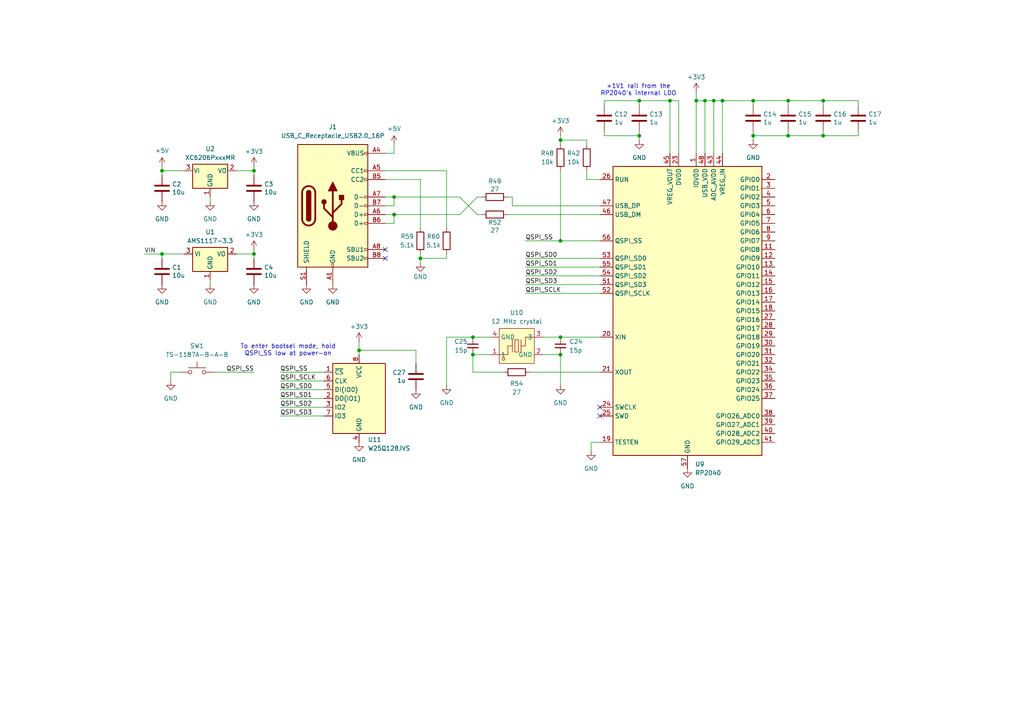
<source format=kicad_sch>
(kicad_sch (version 20250114) (generator "eeschema") (generator_version "9.0")
  (paper "A4")
  (lib_symbols
    (symbol "0_easyeda2kicad:ABM8-272-T3_C20625731"
      (property "Reference" "U" (at 0 7.62 0))
      (property "Value" "ABM8-272-T3_C20625731" (at 0 -7.62 0))
      (symbol "ABM8-272-T3_C20625731_0_1"
        (rectangle (start -5.08 5.08) (end 5.08 -5.08) (fill (type background)))
        (polyline (pts (xy -5.08 -2.54) (xy -2.54 -2.54) (xy -2.54 0) (xy -1.27 0)))
        (circle (center -3.81 -3.81) (radius 0.38))
        (polyline (pts (xy -1.27 -1.78) (xy -1.27 1.78)))
        (rectangle (start -0.51 1.78) (end 0.51 -1.78) (fill (type background)))
        (polyline (pts (xy 1.27 -1.78) (xy 1.27 1.78)))
        (polyline (pts (xy 5.08 2.54) (xy 2.54 2.54) (xy 2.54 0) (xy 1.27 0)))
        (pin input line (at -7.62 2.54 0) (length 2.54) (name "GND") (number "4"))
        (pin input line (at -7.62 -2.54 0) (length 2.54) (name "1") (number "1"))
        (pin input line (at 7.62 2.54 180) (length 2.54) (name "3") (number "3"))
        (pin input line (at 7.62 -2.54 180) (length 2.54) (name "GND") (number "2"))
      )
    )
    (symbol "Connector:USB_C_Receptacle_USB2.0_16P" (pin_names (offset 1.016))
      (property "Reference" "J" (at 0 22.225 0))
      (property "Value" "USB_C_Receptacle_USB2.0_16P" (at 0 19.685 0))
      (symbol "USB_C_Receptacle_USB2.0_16P_0_0"
        (rectangle (start -0.254 -17.78) (end 0.254 -16.764))
        (rectangle (start 10.16 15.494) (end 9.144 14.986))
        (rectangle (start 10.16 10.414) (end 9.144 9.906))
        (rectangle (start 10.16 7.874) (end 9.144 7.366))
        (rectangle (start 10.16 2.794) (end 9.144 2.286))
        (rectangle (start 10.16 0.254) (end 9.144 -0.254))
        (rectangle (start 10.16 -2.286) (end 9.144 -2.794))
        (rectangle (start 10.16 -4.826) (end 9.144 -5.334))
        (rectangle (start 10.16 -12.446) (end 9.144 -12.954))
        (rectangle (start 10.16 -14.986) (end 9.144 -15.494))
      )
      (symbol "USB_C_Receptacle_USB2.0_16P_0_1"
        (rectangle (start -10.16 17.78) (end 10.16 -17.78) (stroke (width 0.254)) (fill (type background)))
        (polyline (pts (xy -8.89 -3.81) (xy -8.89 3.81)) (stroke (width 0.508)))
        (rectangle (start -7.62 -3.81) (end -6.35 3.81) (stroke (width 0.254)) (fill (type outline)))
        (arc (start -7.62 3.81) (mid -6.985 4.4423) (end -6.35 3.81) (stroke (width 0.254)))
        (arc (start -7.62 3.81) (mid -6.985 4.4423) (end -6.35 3.81) (stroke (width 0.254)) (fill (type outline)))
        (arc (start -8.89 3.81) (mid -6.985 5.7067) (end -5.08 3.81) (stroke (width 0.508)))
        (arc (start -5.08 -3.81) (mid -6.985 -5.7067) (end -8.89 -3.81) (stroke (width 0.508)))
        (arc (start -6.35 -3.81) (mid -6.985 -4.4423) (end -7.62 -3.81) (stroke (width 0.254)))
        (arc (start -6.35 -3.81) (mid -6.985 -4.4423) (end -7.62 -3.81) (stroke (width 0.254)) (fill (type outline)))
        (polyline (pts (xy -5.08 3.81) (xy -5.08 -3.81)) (stroke (width 0.508)))
        (circle (center -2.54 1.143) (radius 0.635) (stroke (width 0.254)) (fill (type outline)))
        (polyline (pts (xy -1.27 4.318) (xy 0 6.858) (xy 1.27 4.318) (xy -1.27 4.318)) (stroke (width 0.254)) (fill (type outline)))
        (polyline (pts (xy 0 -2.032) (xy 2.54 0.508) (xy 2.54 1.778)) (stroke (width 0.508)))
        (polyline (pts (xy 0 -3.302) (xy -2.54 -0.762) (xy -2.54 0.508)) (stroke (width 0.508)))
        (polyline (pts (xy 0 -5.842) (xy 0 4.318)) (stroke (width 0.508)))
        (circle (center 0 -5.842) (radius 1.27) (fill (type outline)))
        (rectangle (start 1.905 1.778) (end 3.175 3.048) (stroke (width 0.254)) (fill (type outline)))
      )
      (symbol "USB_C_Receptacle_USB2.0_16P_1_1"
        (pin passive line (at -7.62 -22.86 90) (length 5.08) (name "SHIELD") (number "S1"))
        (pin passive line (at 0 -22.86 90) (length 5.08) (name "GND") (number "A1"))
        (pin passive line (at 0 -22.86 90) (length 5.08) (hide yes) (name "GND") (number "A12"))
        (pin passive line (at 0 -22.86 90) (length 5.08) (hide yes) (name "GND") (number "B1"))
        (pin passive line (at 0 -22.86 90) (length 5.08) (hide yes) (name "GND") (number "B12"))
        (pin passive line (at 15.24 15.24 180) (length 5.08) (name "VBUS") (number "A4"))
        (pin passive line (at 15.24 15.24 180) (length 5.08) (hide yes) (name "VBUS") (number "A9"))
        (pin passive line (at 15.24 15.24 180) (length 5.08) (hide yes) (name "VBUS") (number "B4"))
        (pin passive line (at 15.24 15.24 180) (length 5.08) (hide yes) (name "VBUS") (number "B9"))
        (pin bidirectional line (at 15.24 10.16 180) (length 5.08) (name "CC1") (number "A5"))
        (pin bidirectional line (at 15.24 7.62 180) (length 5.08) (name "CC2") (number "B5"))
        (pin bidirectional line (at 15.24 2.54 180) (length 5.08) (name "D-") (number "A7"))
        (pin bidirectional line (at 15.24 0 180) (length 5.08) (name "D-") (number "B7"))
        (pin bidirectional line (at 15.24 -2.54 180) (length 5.08) (name "D+") (number "A6"))
        (pin bidirectional line (at 15.24 -5.08 180) (length 5.08) (name "D+") (number "B6"))
        (pin bidirectional line (at 15.24 -12.7 180) (length 5.08) (name "SBU1") (number "A8"))
        (pin bidirectional line (at 15.24 -15.24 180) (length 5.08) (name "SBU2") (number "B8"))
      )
    )
    (symbol "Device:C" (pin_numbers (hide yes)) (pin_names (offset 0.254))
      (property "Reference" "C" (at 0.635 2.54 0))
      (property "Value" "C" (at 0.635 -2.54 0))
      (symbol "C_0_1"
        (polyline (pts (xy -2.032 0.762) (xy 2.032 0.762)) (stroke (width 0.508)))
        (polyline (pts (xy -2.032 -0.762) (xy 2.032 -0.762)) (stroke (width 0.508)))
      )
      (symbol "C_1_1"
        (pin passive line (at 0 3.81 270) (length 2.794) (name "~") (number "1"))
        (pin passive line (at 0 -3.81 90) (length 2.794) (name "~") (number "2"))
      )
    )
    (symbol "Device:C_Small" (pin_numbers (hide yes)) (pin_names (offset 0.254) (hide yes))
      (property "Reference" "C" (at 0.254 1.778 0))
      (property "Value" "C_Small" (at 0.254 -2.032 0))
      (symbol "C_Small_0_1"
        (polyline (pts (xy -1.524 0.508) (xy 1.524 0.508)) (stroke (width 0.3048)))
        (polyline (pts (xy -1.524 -0.508) (xy 1.524 -0.508)) (stroke (width 0.3302)))
      )
      (symbol "C_Small_1_1"
        (pin passive line (at 0 2.54 270) (length 2.032) (name "~") (number "1"))
        (pin passive line (at 0 -2.54 90) (length 2.032) (name "~") (number "2"))
      )
    )
    (symbol "Device:R" (pin_numbers (hide yes)) (pin_names (offset 0))
      (property "Reference" "R" (at 2.032 0 90))
      (property "Value" "R" (at 0 0 90))
      (symbol "R_0_1"
        (rectangle (start -1.016 -2.54) (end 1.016 2.54) (stroke (width 0.254)))
      )
      (symbol "R_1_1"
        (pin passive line (at 0 3.81 270) (length 1.27) (name "~") (number "1"))
        (pin passive line (at 0 -3.81 90) (length 1.27) (name "~") (number "2"))
      )
    )
    (symbol "MCU_RaspberryPi:RP2040"
      (property "Reference" "U" (at 17.78 45.72 0))
      (property "Value" "RP2040" (at 17.78 43.18 0))
      (symbol "RP2040_0_1"
        (rectangle (start -21.59 41.91) (end 21.59 -41.91) (stroke (width 0.254)) (fill (type background)))
      )
      (symbol "RP2040_1_1"
        (pin input line (at -25.4 38.1 0) (length 3.81) (name "RUN") (number "26"))
        (pin bidirectional line (at -25.4 30.48 0) (length 3.81) (name "USB_DP") (number "47"))
        (pin bidirectional line (at -25.4 27.94 0) (length 3.81) (name "USB_DM") (number "46"))
        (pin bidirectional line (at -25.4 20.32 0) (length 3.81) (name "QSPI_SS") (number "56"))
        (pin bidirectional line (at -25.4 15.24 0) (length 3.81) (name "QSPI_SD0") (number "53"))
        (pin bidirectional line (at -25.4 12.7 0) (length 3.81) (name "QSPI_SD1") (number "55"))
        (pin bidirectional line (at -25.4 10.16 0) (length 3.81) (name "QSPI_SD2") (number "54"))
        (pin bidirectional line (at -25.4 7.62 0) (length 3.81) (name "QSPI_SD3") (number "51"))
        (pin output line (at -25.4 5.08 0) (length 3.81) (name "QSPI_SCLK") (number "52"))
        (pin input line (at -25.4 -7.62 0) (length 3.81) (name "XIN") (number "20"))
        (pin passive line (at -25.4 -17.78 0) (length 3.81) (name "XOUT") (number "21"))
        (pin input line (at -25.4 -27.94 0) (length 3.81) (name "SWCLK") (number "24"))
        (pin bidirectional line (at -25.4 -30.48 0) (length 3.81) (name "SWD") (number "25"))
        (pin input line (at -25.4 -38.1 0) (length 3.81) (name "TESTEN") (number "19"))
        (pin power_out line (at -5.08 45.72 270) (length 3.81) (name "VREG_VOUT") (number "45"))
        (pin power_in line (at -2.54 45.72 270) (length 3.81) (name "DVDD") (number "23"))
        (pin passive line (at -2.54 45.72 270) (length 3.81) (hide yes) (name "DVDD") (number "50"))
        (pin power_in line (at 0 -45.72 90) (length 3.81) (name "GND") (number "57"))
        (pin power_in line (at 2.54 45.72 270) (length 3.81) (name "IOVDD") (number "1"))
        (pin passive line (at 2.54 45.72 270) (length 3.81) (hide yes) (name "IOVDD") (number "10"))
        (pin passive line (at 2.54 45.72 270) (length 3.81) (hide yes) (name "IOVDD") (number "22"))
        (pin passive line (at 2.54 45.72 270) (length 3.81) (hide yes) (name "IOVDD") (number "33"))
        (pin passive line (at 2.54 45.72 270) (length 3.81) (hide yes) (name "IOVDD") (number "42"))
        (pin passive line (at 2.54 45.72 270) (length 3.81) (hide yes) (name "IOVDD") (number "49"))
        (pin power_in line (at 5.08 45.72 270) (length 3.81) (name "USB_VDD") (number "48"))
        (pin power_in line (at 7.62 45.72 270) (length 3.81) (name "ADC_AVDD") (number "43"))
        (pin power_in line (at 10.16 45.72 270) (length 3.81) (name "VREG_IN") (number "44"))
        (pin bidirectional line (at 25.4 38.1 180) (length 3.81) (name "GPIO0") (number "2"))
        (pin bidirectional line (at 25.4 35.56 180) (length 3.81) (name "GPIO1") (number "3"))
        (pin bidirectional line (at 25.4 33.02 180) (length 3.81) (name "GPIO2") (number "4"))
        (pin bidirectional line (at 25.4 30.48 180) (length 3.81) (name "GPIO3") (number "5"))
        (pin bidirectional line (at 25.4 27.94 180) (length 3.81) (name "GPIO4") (number "6"))
        (pin bidirectional line (at 25.4 25.4 180) (length 3.81) (name "GPIO5") (number "7"))
        (pin bidirectional line (at 25.4 22.86 180) (length 3.81) (name "GPIO6") (number "8"))
        (pin bidirectional line (at 25.4 20.32 180) (length 3.81) (name "GPIO7") (number "9"))
        (pin bidirectional line (at 25.4 17.78 180) (length 3.81) (name "GPIO8") (number "11"))
        (pin bidirectional line (at 25.4 15.24 180) (length 3.81) (name "GPIO9") (number "12"))
        (pin bidirectional line (at 25.4 12.7 180) (length 3.81) (name "GPIO10") (number "13"))
        (pin bidirectional line (at 25.4 10.16 180) (length 3.81) (name "GPIO11") (number "14"))
        (pin bidirectional line (at 25.4 7.62 180) (length 3.81) (name "GPIO12") (number "15"))
        (pin bidirectional line (at 25.4 5.08 180) (length 3.81) (name "GPIO13") (number "16"))
        (pin bidirectional line (at 25.4 2.54 180) (length 3.81) (name "GPIO14") (number "17"))
        (pin bidirectional line (at 25.4 0 180) (length 3.81) (name "GPIO15") (number "18"))
        (pin bidirectional line (at 25.4 -2.54 180) (length 3.81) (name "GPIO16") (number "27"))
        (pin bidirectional line (at 25.4 -5.08 180) (length 3.81) (name "GPIO17") (number "28"))
        (pin bidirectional line (at 25.4 -7.62 180) (length 3.81) (name "GPIO18") (number "29"))
        (pin bidirectional line (at 25.4 -10.16 180) (length 3.81) (name "GPIO19") (number "30"))
        (pin bidirectional line (at 25.4 -12.7 180) (length 3.81) (name "GPIO20") (number "31"))
        (pin bidirectional line (at 25.4 -15.24 180) (length 3.81) (name "GPIO21") (number "32"))
        (pin bidirectional line (at 25.4 -17.78 180) (length 3.81) (name "GPIO22") (number "34"))
        (pin bidirectional line (at 25.4 -20.32 180) (length 3.81) (name "GPIO23") (number "35"))
        (pin bidirectional line (at 25.4 -22.86 180) (length 3.81) (name "GPIO24") (number "36"))
        (pin bidirectional line (at 25.4 -25.4 180) (length 3.81) (name "GPIO25") (number "37"))
        (pin bidirectional line (at 25.4 -30.48 180) (length 3.81) (name "GPIO26_ADC0") (number "38"))
        (pin bidirectional line (at 25.4 -33.02 180) (length 3.81) (name "GPIO27_ADC1") (number "39"))
        (pin bidirectional line (at 25.4 -35.56 180) (length 3.81) (name "GPIO28_ADC2") (number "40"))
        (pin bidirectional line (at 25.4 -38.1 180) (length 3.81) (name "GPIO29_ADC3") (number "41"))
      )
    )
    (symbol "Memory_Flash:W25Q128JVS"
      (property "Reference" "U" (at -8.89 8.89 0))
      (property "Value" "W25Q128JVS" (at 7.62 8.89 0))
      (symbol "W25Q128JVS_0_1"
        (rectangle (start -7.62 10.16) (end 7.62 -10.16) (stroke (width 0.254)) (fill (type background)))
      )
      (symbol "W25Q128JVS_1_1"
        (pin input line (at -10.16 7.62 0) (length 2.54) (name "~{CS}") (number "1"))
        (pin input line (at -10.16 5.08 0) (length 2.54) (name "CLK") (number "6"))
        (pin bidirectional line (at -10.16 2.54 0) (length 2.54) (name "DI(IO0)") (number "5"))
        (pin bidirectional line (at -10.16 0 0) (length 2.54) (name "DO(IO1)") (number "2"))
        (pin bidirectional line (at -10.16 -2.54 0) (length 2.54) (name "IO2") (number "3"))
        (pin bidirectional line (at -10.16 -5.08 0) (length 2.54) (name "IO3") (number "7"))
        (pin power_in line (at 0 12.7 270) (length 2.54) (name "VCC") (number "8"))
        (pin power_in line (at 0 -12.7 90) (length 2.54) (name "GND") (number "4"))
      )
    )
    (symbol "Regulator_Linear:AMS1117-3.3"
      (property "Reference" "U" (at -3.81 3.175 0))
      (property "Value" "AMS1117-3.3" (at 0 3.175 0))
      (symbol "AMS1117-3.3_0_1"
        (rectangle (start -5.08 -5.08) (end 5.08 1.905) (stroke (width 0.254)) (fill (type background)))
      )
      (symbol "AMS1117-3.3_1_1"
        (pin power_in line (at -7.62 0 0) (length 2.54) (name "VI") (number "3"))
        (pin power_in line (at 0 -7.62 90) (length 2.54) (name "GND") (number "1"))
        (pin power_out line (at 7.62 0 180) (length 2.54) (name "VO") (number "2"))
      )
    )
    (symbol "Regulator_Linear:XC6206PxxxMR" (pin_names (offset 0.254))
      (property "Reference" "U" (at -3.81 3.175 0))
      (property "Value" "XC6206PxxxMR" (at 0 3.175 0))
      (symbol "XC6206PxxxMR_0_1"
        (rectangle (start -5.08 1.905) (end 5.08 -5.08) (stroke (width 0.254)) (fill (type background)))
      )
      (symbol "XC6206PxxxMR_1_1"
        (pin power_in line (at -7.62 0 0) (length 2.54) (name "VI") (number "3"))
        (pin power_in line (at 0 -7.62 90) (length 2.54) (name "GND") (number "1"))
        (pin power_out line (at 7.62 0 180) (length 2.54) (name "VO") (number "2"))
      )
    )
    (symbol "Switch:SW_Push" (pin_numbers (hide yes)) (pin_names (offset 1.016) (hide yes))
      (property "Reference" "SW" (at 1.27 2.54 0))
      (property "Value" "SW_Push" (at 0 -1.524 0))
      (symbol "SW_Push_0_1"
        (circle (center -2.032 0) (radius 0.508))
        (polyline (pts (xy 0 1.27) (xy 0 3.048)))
        (circle (center 2.032 0) (radius 0.508))
        (polyline (pts (xy 2.54 1.27) (xy -2.54 1.27)))
        (pin passive line (at -5.08 0 0) (length 2.54) (name "1") (number "1"))
        (pin passive line (at 5.08 0 180) (length 2.54) (name "2") (number "2"))
      )
    )
    (symbol "power:+3V3" (power) (pin_numbers (hide yes)) (pin_names (offset 0) (hide yes))
      (property "Value" "+3V3" (at 0 3.556 0))
      (symbol "+3V3_0_1"
        (polyline (pts (xy -0.762 1.27) (xy 0 2.54)))
        (polyline (pts (xy 0 2.54) (xy 0.762 1.27)))
        (polyline (pts (xy 0 0) (xy 0 2.54)))
      )
      (symbol "+3V3_1_1"
        (pin power_in line (at 0 0 90) (length 0) (name "~") (number "1"))
      )
    )
    (symbol "power:+5V" (power) (pin_numbers (hide yes)) (pin_names (offset 0) (hide yes))
      (property "Value" "+5V" (at 0 3.556 0))
      (symbol "+5V_0_1"
        (polyline (pts (xy -0.762 1.27) (xy 0 2.54)))
        (polyline (pts (xy 0 2.54) (xy 0.762 1.27)))
        (polyline (pts (xy 0 0) (xy 0 2.54)))
      )
      (symbol "+5V_1_1"
        (pin power_in line (at 0 0 90) (length 0) (name "~") (number "1"))
      )
    )
    (symbol "power:GND" (power) (pin_numbers (hide yes)) (pin_names (offset 0) (hide yes))
      (property "Value" "GND" (at 0 -3.81 0))
      (symbol "GND_0_1"
        (polyline (pts (xy 0 0) (xy 0 -1.27) (xy 1.27 -1.27) (xy 0 -2.54) (xy -1.27 -1.27) (xy 0 -1.27)))
      )
      (symbol "GND_1_1"
        (pin power_in line (at 0 0 270) (length 0) (name "~") (number "1"))
      )
    )
  )
  (text "+1V1 rail from the\nRP2040's internal LDO" (at 185.166 26.162 0) (effects (font (size 1.27 1.27))))
  (text "To enter bootsel mode, hold\nQSPI_SS low at power-on" (at 83.566 101.6 0) (effects (font (size 1.27 1.27))))
  (junction (at 207.01 29.21))
  (junction (at 162.56 97.79))
  (junction (at 218.44 29.21))
  (junction (at 204.47 29.21))
  (junction (at 162.56 102.87))
  (junction (at 46.99 49.53))
  (junction (at 201.93 29.21))
  (junction (at 162.56 40.64))
  (junction (at 73.66 49.53))
  (junction (at 114.3 62.23))
  (junction (at 218.44 39.37))
  (junction (at 162.56 69.85))
  (junction (at 121.92 74.93))
  (junction (at 228.6 39.37))
  (junction (at 238.76 29.21))
  (junction (at 137.16 102.87))
  (junction (at 137.16 97.79))
  (junction (at 104.14 101.6))
  (junction (at 185.42 29.21))
  (junction (at 228.6 29.21))
  (junction (at 238.76 39.37))
  (junction (at 73.66 73.66))
  (junction (at 194.31 29.21))
  (junction (at 46.99 73.66))
  (junction (at 209.55 29.21))
  (junction (at 185.42 39.37))
  (junction (at 114.3 57.15))
  (no_connect (at 111.76 72.39))
  (no_connect (at 111.76 74.93))
  (no_connect (at 173.99 118.11))
  (no_connect (at 173.99 120.65))
  (wire (pts (xy 111.76 64.77) (xy 114.3 64.77)))
  (wire (pts (xy 185.42 40.64) (xy 185.42 39.37)))
  (wire (pts (xy 81.28 113.03) (xy 93.98 113.03)))
  (wire (pts (xy 248.92 29.21) (xy 248.92 30.48)))
  (wire (pts (xy 162.56 40.64) (xy 170.18 40.64)))
  (wire (pts (xy 129.54 49.53) (xy 129.54 66.04)))
  (wire (pts (xy 209.55 29.21) (xy 218.44 29.21)))
  (wire (pts (xy 68.58 73.66) (xy 73.66 73.66)))
  (wire (pts (xy 104.14 101.6) (xy 120.65 101.6)))
  (wire (pts (xy 49.53 107.95) (xy 49.53 110.49)))
  (wire (pts (xy 170.18 40.64) (xy 170.18 41.91)))
  (wire (pts (xy 104.14 99.06) (xy 104.14 101.6)))
  (wire (pts (xy 201.93 29.21) (xy 201.93 44.45)))
  (wire (pts (xy 114.3 59.69) (xy 114.3 57.15)))
  (wire (pts (xy 218.44 29.21) (xy 218.44 30.48)))
  (wire (pts (xy 121.92 76.2) (xy 121.92 74.93)))
  (wire (pts (xy 152.4 74.93) (xy 173.99 74.93)))
  (wire (pts (xy 133.35 62.23) (xy 138.43 57.15)))
  (wire (pts (xy 41.91 73.66) (xy 46.99 73.66)))
  (wire (pts (xy 194.31 29.21) (xy 185.42 29.21)))
  (wire (pts (xy 201.93 26.67) (xy 201.93 29.21)))
  (wire (pts (xy 162.56 102.87) (xy 162.56 111.76)))
  (wire (pts (xy 204.47 29.21) (xy 204.47 44.45)))
  (wire (pts (xy 162.56 40.64) (xy 162.56 39.37)))
  (wire (pts (xy 137.16 102.87) (xy 137.16 107.95)))
  (wire (pts (xy 194.31 29.21) (xy 194.31 44.45)))
  (wire (pts (xy 238.76 39.37) (xy 248.92 39.37)))
  (wire (pts (xy 81.28 115.57) (xy 93.98 115.57)))
  (wire (pts (xy 248.92 39.37) (xy 248.92 38.1)))
  (wire (pts (xy 104.14 101.6) (xy 104.14 102.87)))
  (wire (pts (xy 111.76 62.23) (xy 114.3 62.23)))
  (wire (pts (xy 111.76 49.53) (xy 129.54 49.53)))
  (wire (pts (xy 157.48 97.79) (xy 162.56 97.79)))
  (wire (pts (xy 218.44 38.1) (xy 218.44 39.37)))
  (wire (pts (xy 228.6 29.21) (xy 238.76 29.21)))
  (wire (pts (xy 207.01 29.21) (xy 209.55 29.21)))
  (wire (pts (xy 162.56 97.79) (xy 173.99 97.79)))
  (wire (pts (xy 68.58 49.53) (xy 73.66 49.53)))
  (wire (pts (xy 148.59 59.69) (xy 173.99 59.69)))
  (wire (pts (xy 111.76 59.69) (xy 114.3 59.69)))
  (wire (pts (xy 111.76 44.45) (xy 114.3 44.45)))
  (wire (pts (xy 152.4 85.09) (xy 173.99 85.09)))
  (wire (pts (xy 228.6 29.21) (xy 228.6 30.48)))
  (wire (pts (xy 175.26 39.37) (xy 175.26 38.1)))
  (wire (pts (xy 114.3 44.45) (xy 114.3 41.91)))
  (wire (pts (xy 194.31 29.21) (xy 196.85 29.21)))
  (wire (pts (xy 138.43 57.15) (xy 139.7 57.15)))
  (wire (pts (xy 60.96 82.55) (xy 60.96 81.28)))
  (wire (pts (xy 137.16 107.95) (xy 146.05 107.95)))
  (wire (pts (xy 114.3 62.23) (xy 133.35 62.23)))
  (wire (pts (xy 157.48 102.87) (xy 162.56 102.87)))
  (wire (pts (xy 81.28 118.11) (xy 93.98 118.11)))
  (wire (pts (xy 137.16 102.87) (xy 142.24 102.87)))
  (wire (pts (xy 185.42 29.21) (xy 185.42 30.48)))
  (wire (pts (xy 46.99 49.53) (xy 46.99 50.8)))
  (wire (pts (xy 171.45 128.27) (xy 173.99 128.27)))
  (wire (pts (xy 121.92 74.93) (xy 129.54 74.93)))
  (wire (pts (xy 114.3 57.15) (xy 133.35 57.15)))
  (wire (pts (xy 62.23 107.95) (xy 73.66 107.95)))
  (wire (pts (xy 111.76 57.15) (xy 114.3 57.15)))
  (wire (pts (xy 152.4 69.85) (xy 162.56 69.85)))
  (wire (pts (xy 73.66 72.39) (xy 73.66 73.66)))
  (wire (pts (xy 73.66 49.53) (xy 73.66 50.8)))
  (wire (pts (xy 148.59 57.15) (xy 147.32 57.15)))
  (wire (pts (xy 218.44 40.64) (xy 218.44 39.37)))
  (wire (pts (xy 137.16 97.79) (xy 142.24 97.79)))
  (wire (pts (xy 185.42 39.37) (xy 185.42 38.1)))
  (wire (pts (xy 201.93 29.21) (xy 204.47 29.21)))
  (wire (pts (xy 121.92 66.04) (xy 121.92 52.07)))
  (wire (pts (xy 228.6 39.37) (xy 228.6 38.1)))
  (wire (pts (xy 162.56 49.53) (xy 162.56 69.85)))
  (wire (pts (xy 238.76 29.21) (xy 248.92 29.21)))
  (wire (pts (xy 46.99 49.53) (xy 53.34 49.53)))
  (wire (pts (xy 170.18 49.53) (xy 170.18 52.07)))
  (wire (pts (xy 152.4 80.01) (xy 173.99 80.01)))
  (wire (pts (xy 170.18 52.07) (xy 173.99 52.07)))
  (wire (pts (xy 73.66 73.66) (xy 73.66 74.93)))
  (wire (pts (xy 81.28 120.65) (xy 93.98 120.65)))
  (wire (pts (xy 129.54 97.79) (xy 129.54 111.76)))
  (wire (pts (xy 46.99 49.53) (xy 46.99 48.26)))
  (wire (pts (xy 81.28 110.49) (xy 93.98 110.49)))
  (wire (pts (xy 120.65 101.6) (xy 120.65 105.41)))
  (wire (pts (xy 60.96 58.42) (xy 60.96 57.15)))
  (wire (pts (xy 152.4 77.47) (xy 173.99 77.47)))
  (wire (pts (xy 152.4 82.55) (xy 173.99 82.55)))
  (wire (pts (xy 138.43 62.23) (xy 139.7 62.23)))
  (wire (pts (xy 238.76 29.21) (xy 238.76 30.48)))
  (wire (pts (xy 196.85 29.21) (xy 196.85 44.45)))
  (wire (pts (xy 81.28 107.95) (xy 93.98 107.95)))
  (wire (pts (xy 153.67 107.95) (xy 173.99 107.95)))
  (wire (pts (xy 121.92 73.66) (xy 121.92 74.93)))
  (wire (pts (xy 207.01 29.21) (xy 207.01 44.45)))
  (wire (pts (xy 185.42 39.37) (xy 175.26 39.37)))
  (wire (pts (xy 228.6 39.37) (xy 238.76 39.37)))
  (wire (pts (xy 218.44 29.21) (xy 228.6 29.21)))
  (wire (pts (xy 52.07 107.95) (xy 49.53 107.95)))
  (wire (pts (xy 137.16 97.79) (xy 129.54 97.79)))
  (wire (pts (xy 209.55 29.21) (xy 209.55 44.45)))
  (wire (pts (xy 148.59 57.15) (xy 148.59 59.69)))
  (wire (pts (xy 46.99 73.66) (xy 53.34 73.66)))
  (wire (pts (xy 238.76 39.37) (xy 238.76 38.1)))
  (wire (pts (xy 73.66 48.26) (xy 73.66 49.53)))
  (wire (pts (xy 175.26 29.21) (xy 185.42 29.21)))
  (wire (pts (xy 218.44 39.37) (xy 228.6 39.37)))
  (wire (pts (xy 46.99 73.66) (xy 46.99 74.93)))
  (wire (pts (xy 138.43 62.23) (xy 133.35 57.15)))
  (wire (pts (xy 171.45 128.27) (xy 171.45 130.81)))
  (wire (pts (xy 129.54 73.66) (xy 129.54 74.93)))
  (wire (pts (xy 204.47 29.21) (xy 207.01 29.21)))
  (wire (pts (xy 114.3 64.77) (xy 114.3 62.23)))
  (wire (pts (xy 147.32 62.23) (xy 173.99 62.23)))
  (wire (pts (xy 162.56 69.85) (xy 173.99 69.85)))
  (wire (pts (xy 175.26 29.21) (xy 175.26 30.48)))
  (wire (pts (xy 162.56 40.64) (xy 162.56 41.91)))
  (wire (pts (xy 111.76 52.07) (xy 121.92 52.07)))
  (label "QSPI_SCLK" (at 81.28 110.49 0))
  (label "QSPI_SD2" (at 152.4 80.01 0))
  (label "VIN" (at 41.91 73.66 0))
  (label "QSPI_SS" (at 73.66 107.95 180))
  (label "QSPI_SD1" (at 81.28 115.57 0))
  (label "QSPI_SD3" (at 152.4 82.55 0))
  (label "QSPI_SS" (at 152.4 69.85 0))
  (label "QSPI_SD0" (at 81.28 113.03 0))
  (label "QSPI_SS" (at 81.28 107.95 0))
  (label "QSPI_SD0" (at 152.4 74.93 0))
  (label "QSPI_SD2" (at 81.28 118.11 0))
  (label "QSPI_SD1" (at 152.4 77.47 0))
  (label "QSPI_SD3" (at 81.28 120.65 0))
  (label "QSPI_SCLK" (at 152.4 85.09 0))
  (symbol (lib_id "MCU_RaspberryPi:RP2040") (at 199.39 90.17 0) (unit 1)
    (property "Reference" "U9" (at 201.5841 134.62 0) (effects (justify left)))
    (property "Value" "RP2040" (at 201.5841 137.16 0) (effects (justify left)))
    (property "Footprint" "Package_DFN_QFN:QFN-56-1EP_7x7mm_P0.4mm_EP3.2x3.2mm" (effects (hide yes)))
    (property "Datasheet" "https://datasheets.raspberrypi.com/rp2040/rp2040-datasheet.pdf" (effects (hide yes)))
    (property "Description" "A microcontroller by Raspberry Pi" (effects (hide yes)))
    (property "LCSC" "C2040" (effects (hide yes)))
  )
  (symbol (lib_id "power:GND") (at 120.65 113.03 0) (unit 1)
    (property "Reference" "#PWR013" (effects (hide yes)))
    (property "Value" "GND" (at 120.65 118.11 0))
    (property "Description" "Power symbol creates a global label with name \"GND\" , ground" (effects (hide yes)))
  )
  (symbol (lib_id "power:GND") (at 96.52 82.55 0) (unit 1)
    (property "Reference" "#PWR066" (effects (hide yes)))
    (property "Value" "GND" (at 96.52 87.63 0))
    (property "Description" "Power symbol creates a global label with name \"GND\" , ground" (effects (hide yes)))
  )
  (symbol (lib_id "Device:C") (at 238.76 34.29 0) (unit 1)
    (property "Reference" "C16" (at 241.681 33.1216 0) (effects (justify left)))
    (property "Value" "1u" (at 241.681 35.433 0) (effects (justify left)))
    (property "Footprint" "Capacitor_SMD:C_0402_1005Metric" (effects (hide yes)))
    (property "LCSC" "C14445" (effects (hide yes)))
  )
  (symbol (lib_id "Device:C_Small") (at 162.56 100.33 0) (unit 1)
    (property "Reference" "C24" (at 165.1 99.0662 0) (effects (justify left)))
    (property "Value" "15p" (at 165.1 101.6062 0) (effects (justify left)))
    (property "Footprint" "Capacitor_SMD:C_0402_1005Metric" (effects (hide yes)))
    (property "Description" "Unpolarized capacitor, small symbol" (effects (hide yes)))
    (property "LCSC" "C1548" (effects (hide yes)))
  )
  (symbol (lib_id "power:GND") (at 185.42 40.64 0) (unit 1)
    (property "Reference" "#PWR037" (effects (hide yes)))
    (property "Value" "GND" (at 185.42 45.72 0))
    (property "Description" "Power symbol creates a global label with name \"GND\" , ground" (effects (hide yes)))
  )
  (symbol (lib_id "power:GND") (at 60.96 58.42 0) (mirror y) (unit 1)
    (property "Reference" "#PWR06" (effects (hide yes)))
    (property "Value" "GND" (at 60.96 63.5 0))
    (property "Description" "Power symbol creates a global label with name \"GND\" , ground" (effects (hide yes)))
    (property "OnlyIf" "SmallLDO" (effects (hide yes)))
  )
  (symbol (lib_id "Device:R") (at 162.56 45.72 180) (unit 1)
    (property "Reference" "R48" (at 158.75 44.45 0))
    (property "Value" "10k" (at 158.75 46.99 0))
    (property "Footprint" "Resistor_SMD:R_0402_1005Metric" (effects (hide yes)))
    (property "Description" "Resistor" (effects (hide yes)))
    (property "LCSC" "C25744" (effects (hide yes)))
  )
  (symbol (lib_id "power:GND") (at 46.99 58.42 0) (mirror y) (unit 1)
    (property "Reference" "#PWR07" (effects (hide yes)))
    (property "Value" "GND" (at 46.99 63.5 0))
    (property "Description" "Power symbol creates a global label with name \"GND\" , ground" (effects (hide yes)))
    (property "OnlyIf" "SmallLDO" (effects (hide yes)))
  )
  (symbol (lib_id "power:+3V3") (at 201.93 26.67 0) (mirror y) (unit 1)
    (property "Reference" "#PWR032" (effects (hide yes)))
    (property "Value" "+3V3" (at 201.93 22.352 0))
    (property "Description" "Power symbol creates a global label with name \"+3V3\"" (effects (hide yes)))
  )
  (symbol (lib_id "power:GND") (at 49.53 110.49 0) (unit 1)
    (property "Reference" "#PWR016" (effects (hide yes)))
    (property "Value" "GND" (at 49.53 115.57 0))
    (property "Description" "Power symbol creates a global label with name \"GND\" , ground" (effects (hide yes)))
    (property "OnlyIf" "BootselButton" (effects (hide yes)))
  )
  (symbol (lib_id "Device:C") (at 46.99 78.74 0) (unit 1)
    (property "Reference" "C1" (at 49.911 77.5716 0) (effects (justify left)))
    (property "Value" "10u" (at 49.911 79.883 0) (effects (justify left)))
    (property "Footprint" "Capacitor_SMD:C_0603_1608Metric" (effects (hide yes)))
    (property "Datasheet" "https://jlcpcb.com/partdetail/C96446" (effects (hide yes)))
    (property "LCSC" "C96446" (effects (hide yes)))
    (property "OnlyIf" "BigLDO" (effects (hide yes)))
  )
  (symbol (lib_id "power:+3V3") (at 162.56 39.37 0) (unit 1)
    (property "Reference" "#PWR031" (effects (hide yes)))
    (property "Value" "+3V3" (at 162.56 35.052 0))
    (property "Description" "Power symbol creates a global label with name \"+3V3\"" (effects (hide yes)))
  )
  (symbol (lib_id "Connector:USB_C_Receptacle_USB2.0_16P") (at 96.52 59.69 0) (unit 1)
    (property "Reference" "J1" (at 96.52 36.83 0))
    (property "Value" "USB_C_Receptacle_USB2.0_16P" (at 96.52 39.37 0))
    (property "Footprint" "Connector_USB:USB_C_Receptacle_G-Switch_GT-USB-7010ASV" (effects (hide yes)))
    (property "Datasheet" "https://jlcpcb.com/api/file/downloadByFileSystemAccessId/8588920841703079936" (effects (hide yes)))
    (property "Description" "USB 2.0-only 16P Type-C Receptacle connector" (effects (hide yes)))
    (property "LCSC" "C2765186" (effects (hide yes)))
  )
  (symbol (lib_id "power:GND") (at 60.96 82.55 0) (mirror y) (unit 1)
    (property "Reference" "#PWR03" (effects (hide yes)))
    (property "Value" "GND" (at 60.96 87.63 0))
    (property "Description" "Power symbol creates a global label with name \"GND\" , ground" (effects (hide yes)))
    (property "OnlyIf" "BigLDO" (effects (hide yes)))
  )
  (symbol (lib_id "Device:R") (at 143.51 57.15 270) (mirror x) (unit 1)
    (property "Reference" "R49" (at 143.51 52.578 90))
    (property "Value" "27" (at 143.51 54.864 90))
    (property "Footprint" "Resistor_SMD:R_0402_1005Metric" (effects (hide yes)))
    (property "Description" "Resistor, US symbol" (effects (hide yes)))
    (property "LCSC" "C25100" (effects (hide yes)))
  )
  (symbol (lib_id "Device:C") (at 46.99 54.61 0) (unit 1)
    (property "Reference" "C2" (at 49.911 53.4416 0) (effects (justify left)))
    (property "Value" "10u" (at 49.911 55.753 0) (effects (justify left)))
    (property "Footprint" "Capacitor_SMD:C_0603_1608Metric" (effects (hide yes)))
    (property "Datasheet" "https://jlcpcb.com/partdetail/C96446" (effects (hide yes)))
    (property "LCSC" "C96446" (effects (hide yes)))
    (property "OnlyIf" "SmallLDO" (effects (hide yes)))
  )
  (symbol (lib_id "Device:C_Small") (at 137.16 100.33 0) (mirror y) (unit 1)
    (property "Reference" "C25" (at 135.636 99.06 0) (effects (justify left)))
    (property "Value" "15p" (at 135.636 101.6 0) (effects (justify left)))
    (property "Footprint" "Capacitor_SMD:C_0402_1005Metric" (effects (hide yes)))
    (property "Description" "Unpolarized capacitor, small symbol" (effects (hide yes)))
    (property "LCSC" "C1548" (effects (hide yes)))
  )
  (symbol (lib_id "Device:R") (at 143.51 62.23 270) (mirror x) (unit 1)
    (property "Reference" "R52" (at 143.51 64.516 90))
    (property "Value" "27" (at 143.51 66.802 90))
    (property "Footprint" "Resistor_SMD:R_0402_1005Metric" (effects (hide yes)))
    (property "Description" "Resistor, US symbol" (effects (hide yes)))
    (property "LCSC" "C25100" (effects (hide yes)))
  )
  (symbol (lib_id "power:+3V3") (at 104.14 99.06 0) (mirror y) (unit 1)
    (property "Reference" "#PWR033" (effects (hide yes)))
    (property "Value" "+3V3" (at 104.14 94.742 0))
    (property "Description" "Power symbol creates a global label with name \"+3V3\"" (effects (hide yes)))
  )
  (symbol (lib_id "power:GND") (at 199.39 135.89 0) (unit 1)
    (property "Reference" "#PWR058" (effects (hide yes)))
    (property "Value" "GND" (at 199.39 140.97 0))
    (property "Description" "Power symbol creates a global label with name \"GND\" , ground" (effects (hide yes)))
  )
  (symbol (lib_id "0_easyeda2kicad:ABM8-272-T3_C20625731") (at 149.86 100.33 0) (unit 1)
    (property "Reference" "U10" (at 149.86 90.678 0))
    (property "Value" "12 MHz crystal" (at 149.86 93.218 0))
    (property "Footprint" "Crystal:Crystal_SMD_3225-4Pin_3.2x2.5mm" (effects (hide yes)))
    (property "Datasheet" "https://www.lcsc.com/product-detail/Crystals_YXC-Crystal-Oscillators-X322512MOB4SI_C70565.html" (effects (hide yes)))
    (property "LCSC" "C70565" (effects (hide yes)))
  )
  (symbol (lib_id "Device:C") (at 73.66 78.74 0) (unit 1)
    (property "Reference" "C4" (at 76.581 77.5716 0) (effects (justify left)))
    (property "Value" "10u" (at 76.581 79.883 0) (effects (justify left)))
    (property "Footprint" "Capacitor_SMD:C_0603_1608Metric" (effects (hide yes)))
    (property "Datasheet" "https://jlcpcb.com/partdetail/C96446" (effects (hide yes)))
    (property "LCSC" "C96446" (effects (hide yes)))
    (property "OnlyIf" "BigLDO" (effects (hide yes)))
  )
  (symbol (lib_id "power:GND") (at 104.14 128.27 0) (unit 1)
    (property "Reference" "#PWR012" (effects (hide yes)))
    (property "Value" "GND" (at 104.14 133.35 0))
    (property "Description" "Power symbol creates a global label with name \"GND\" , ground" (effects (hide yes)))
  )
  (symbol (lib_id "power:GND") (at 129.54 111.76 0) (unit 1)
    (property "Reference" "#PWR015" (effects (hide yes)))
    (property "Value" "GND" (at 129.54 116.84 0))
    (property "Description" "Power symbol creates a global label with name \"GND\" , ground" (effects (hide yes)))
  )
  (symbol (lib_id "power:+5V") (at 46.99 48.26 0) (mirror y) (unit 1)
    (property "Reference" "#PWR09" (effects (hide yes)))
    (property "Value" "+5V" (at 46.99 43.688 0))
    (property "Description" "Power symbol creates a global label with name \"+5V\"" (effects (hide yes)))
    (property "OnlyIf" "SmallLDO" (effects (hide yes)))
  )
  (symbol (lib_id "Device:R") (at 149.86 107.95 90) (unit 1)
    (property "Reference" "R54" (at 149.86 111.252 90))
    (property "Value" "27" (at 149.86 113.792 90))
    (property "Footprint" "Resistor_SMD:R_0402_1005Metric" (effects (hide yes)))
    (property "Description" "Resistor, US symbol" (effects (hide yes)))
    (property "LCSC" "C25100" (effects (hide yes)))
  )
  (symbol (lib_id "power:GND") (at 73.66 58.42 0) (mirror y) (unit 1)
    (property "Reference" "#PWR08" (effects (hide yes)))
    (property "Value" "GND" (at 73.66 63.5 0))
    (property "Description" "Power symbol creates a global label with name \"GND\" , ground" (effects (hide yes)))
    (property "OnlyIf" "SmallLDO" (effects (hide yes)))
  )
  (symbol (lib_id "Device:R") (at 121.92 69.85 180) (unit 1)
    (property "Reference" "R59" (at 118.11 68.58 0))
    (property "Value" "5.1k" (at 118.11 71.12 0))
    (property "Footprint" "Resistor_SMD:R_0402_1005Metric" (effects (hide yes)))
    (property "Description" "Resistor, US symbol" (effects (hide yes)))
    (property "LCSC" "C25905" (effects (hide yes)))
  )
  (symbol (lib_id "Device:C") (at 248.92 34.29 0) (unit 1)
    (property "Reference" "C17" (at 251.841 33.1216 0) (effects (justify left)))
    (property "Value" "1u" (at 251.841 35.433 0) (effects (justify left)))
    (property "Footprint" "Capacitor_SMD:C_0402_1005Metric" (effects (hide yes)))
    (property "LCSC" "C14445" (effects (hide yes)))
  )
  (symbol (lib_id "Device:C") (at 73.66 54.61 0) (unit 1)
    (property "Reference" "C3" (at 76.581 53.4416 0) (effects (justify left)))
    (property "Value" "10u" (at 76.581 55.753 0) (effects (justify left)))
    (property "Footprint" "Capacitor_SMD:C_0603_1608Metric" (effects (hide yes)))
    (property "Datasheet" "https://jlcpcb.com/partdetail/C96446" (effects (hide yes)))
    (property "LCSC" "C96446" (effects (hide yes)))
    (property "OnlyIf" "SmallLDO" (effects (hide yes)))
  )
  (symbol (lib_id "Device:C") (at 218.44 34.29 0) (unit 1)
    (property "Reference" "C14" (at 221.361 33.1216 0) (effects (justify left)))
    (property "Value" "1u" (at 221.361 35.433 0) (effects (justify left)))
    (property "Footprint" "Capacitor_SMD:C_0402_1005Metric" (effects (hide yes)))
    (property "LCSC" "C14445" (effects (hide yes)))
  )
  (symbol (lib_id "Device:R") (at 129.54 69.85 180) (unit 1)
    (property "Reference" "R60" (at 125.73 68.58 0))
    (property "Value" "5.1k" (at 125.73 71.12 0))
    (property "Footprint" "Resistor_SMD:R_0402_1005Metric" (effects (hide yes)))
    (property "Description" "Resistor, US symbol" (effects (hide yes)))
    (property "LCSC" "C25905" (effects (hide yes)))
  )
  (symbol (lib_id "power:+3V3") (at 73.66 48.26 0) (mirror y) (unit 1)
    (property "Reference" "#PWR05" (effects (hide yes)))
    (property "Value" "+3V3" (at 73.66 43.942 0))
    (property "Description" "Power symbol creates a global label with name \"+3V3\"" (effects (hide yes)))
    (property "OnlyIf" "SmallLDO" (effects (hide yes)))
  )
  (symbol (lib_id "power:+3V3") (at 73.66 72.39 0) (mirror y) (unit 1)
    (property "Reference" "#PWR02" (effects (hide yes)))
    (property "Value" "+3V3" (at 73.66 68.072 0))
    (property "Description" "Power symbol creates a global label with name \"+3V3\"" (effects (hide yes)))
    (property "OnlyIf" "BigLDO" (effects (hide yes)))
  )
  (symbol (lib_id "power:+5V") (at 114.3 41.91 0) (mirror y) (unit 1)
    (property "Reference" "#PWR010" (effects (hide yes)))
    (property "Value" "+5V" (at 114.3 37.338 0))
    (property "Description" "Power symbol creates a global label with name \"+5V\"" (effects (hide yes)))
  )
  (symbol (lib_id "power:GND") (at 46.99 82.55 0) (mirror y) (unit 1)
    (property "Reference" "#PWR04" (effects (hide yes)))
    (property "Value" "GND" (at 46.99 87.63 0))
    (property "Description" "Power symbol creates a global label with name \"GND\" , ground" (effects (hide yes)))
    (property "OnlyIf" "BigLDO" (effects (hide yes)))
  )
  (symbol (lib_id "power:GND") (at 73.66 82.55 0) (mirror y) (unit 1)
    (property "Reference" "#PWR01" (effects (hide yes)))
    (property "Value" "GND" (at 73.66 87.63 0))
    (property "Description" "Power symbol creates a global label with name \"GND\" , ground" (effects (hide yes)))
    (property "OnlyIf" "BigLDO" (effects (hide yes)))
  )
  (symbol (lib_id "Device:R") (at 170.18 45.72 180) (unit 1)
    (property "Reference" "R42" (at 166.37 44.45 0))
    (property "Value" "10k" (at 166.37 46.99 0))
    (property "Footprint" "Resistor_SMD:R_0402_1005Metric" (effects (hide yes)))
    (property "Description" "Resistor, US symbol" (effects (hide yes)))
    (property "LCSC" "C25744" (effects (hide yes)))
  )
  (symbol (lib_id "power:GND") (at 171.45 130.81 0) (unit 1)
    (property "Reference" "#PWR011" (effects (hide yes)))
    (property "Value" "GND" (at 171.45 135.89 0))
    (property "Description" "Power symbol creates a global label with name \"GND\" , ground" (effects (hide yes)))
  )
  (symbol (lib_id "Device:C") (at 175.26 34.29 0) (unit 1)
    (property "Reference" "C12" (at 178.181 33.1216 0) (effects (justify left)))
    (property "Value" "1u" (at 178.181 35.433 0) (effects (justify left)))
    (property "Footprint" "Capacitor_SMD:C_0402_1005Metric" (effects (hide yes)))
    (property "LCSC" "C14445" (effects (hide yes)))
  )
  (symbol (lib_id "Device:C") (at 185.42 34.29 0) (unit 1)
    (property "Reference" "C13" (at 188.341 33.1216 0) (effects (justify left)))
    (property "Value" "1u" (at 188.341 35.433 0) (effects (justify left)))
    (property "Footprint" "Capacitor_SMD:C_0402_1005Metric" (effects (hide yes)))
    (property "LCSC" "C14445" (effects (hide yes)))
  )
  (symbol (lib_id "power:GND") (at 121.92 76.2 0) (mirror y) (unit 1)
    (property "Reference" "#PWR064" (effects (hide yes)))
    (property "Value" "GND" (at 121.92 80.264 0))
    (property "Description" "Power symbol creates a global label with name \"GND\" , ground" (effects (hide yes)))
  )
  (symbol (lib_id "power:GND") (at 162.56 111.76 0) (unit 1)
    (property "Reference" "#PWR014" (effects (hide yes)))
    (property "Value" "GND" (at 162.56 116.84 0))
    (property "Description" "Power symbol creates a global label with name \"GND\" , ground" (effects (hide yes)))
  )
  (symbol (lib_id "Regulator_Linear:XC6206PxxxMR") (at 60.96 49.53 0) (unit 1)
    (property "Reference" "U2" (at 60.96 43.18 0))
    (property "Value" "XC6206PxxxMR" (at 60.96 45.72 0))
    (property "Footprint" "Package_TO_SOT_SMD:SOT-23-3" (effects (hide yes)))
    (property "Datasheet" "https://www.torexsemi.com/file/xc6206/XC6206.pdf" (effects (hide yes)))
    (property "Description" "Positive 60-250mA Low Dropout Regulator, Fixed Output, SOT-23" (effects (hide yes)))
    (property "LCSC" "C5446" (effects (hide yes)))
    (property "OnlyIf" "SmallLDO" (effects (hide yes)))
  )
  (symbol (lib_id "Memory_Flash:W25Q128JVS") (at 104.14 115.57 0) (unit 1)
    (property "Reference" "U11" (at 106.68 127.508 0) (effects (justify left)))
    (property "Value" "W25Q128JVS" (at 106.68 130.048 0) (effects (justify left)))
    (property "Footprint" "Package_SO:SOIC-8_5.23x5.23mm_P1.27mm" (effects (hide yes)))
    (property "Datasheet" "https://lcsc.com/product-detail/FLASH_W25Q128JVSIQTR_C97521.html" (effects (hide yes)))
    (property "Description" "128Mb Serial Flash Memory, Standard/Dual/Quad SPI, SOIC-8" (effects (hide yes)))
    (property "LCSC" "C97521" (effects (hide yes)))
  )
  (symbol (lib_id "Regulator_Linear:AMS1117-3.3") (at 60.96 73.66 0) (unit 1)
    (property "Reference" "U1" (at 60.96 67.31 0))
    (property "Value" "AMS1117-3.3" (at 60.96 69.85 0))
    (property "Footprint" "Package_TO_SOT_SMD:SOT-223-3_TabPin2" (effects (hide yes)))
    (property "Datasheet" "http://www.advanced-monolithic.com/pdf/ds1117.pdf" (effects (hide yes)))
    (property "Description" "1A Low Dropout regulator, positive, 3.3V fixed output, SOT-223" (effects (hide yes)))
    (property "LCSC" "C6186" (effects (hide yes)))
    (property "OnlyIf" "BigLDO" (effects (hide yes)))
  )
  (symbol (lib_id "power:GND") (at 88.9 82.55 0) (unit 1)
    (property "Reference" "#PWR065" (effects (hide yes)))
    (property "Value" "GND" (at 88.9 87.63 0))
    (property "Description" "Power symbol creates a global label with name \"GND\" , ground" (effects (hide yes)))
  )
  (symbol (lib_id "power:GND") (at 218.44 40.64 0) (unit 1)
    (property "Reference" "#PWR038" (effects (hide yes)))
    (property "Value" "GND" (at 218.44 45.72 0))
    (property "Description" "Power symbol creates a global label with name \"GND\" , ground" (effects (hide yes)))
  )
  (symbol (lib_id "Device:C") (at 228.6 34.29 0) (unit 1)
    (property "Reference" "C15" (at 231.521 33.1216 0) (effects (justify left)))
    (property "Value" "1u" (at 231.521 35.433 0) (effects (justify left)))
    (property "Footprint" "Capacitor_SMD:C_0402_1005Metric" (effects (hide yes)))
    (property "LCSC" "C14445" (effects (hide yes)))
  )
  (symbol (lib_id "Switch:SW_Push") (at 57.15 107.95 0) (unit 1)
    (property "Reference" "SW1" (at 57.15 100.33 0))
    (property "Value" "TS-1187A-B-A-B" (at 57.15 102.87 0))
    (property "Footprint" "Button_Switch_SMD:SW_Push_1P1T_XKB_TS-1187A" (effects (hide yes)))
    (property "Description" "Push button switch, generic, two pins" (effects (hide yes)))
    (property "LCSC" "C318884" (effects (hide yes)))
    (property "OnlyIf" "BootselButton" (effects (hide yes)))
  )
  (symbol (lib_id "Device:C") (at 120.65 109.22 0) (mirror y) (unit 1)
    (property "Reference" "C27" (at 117.729 108.0516 0) (effects (justify left)))
    (property "Value" "1u" (at 117.729 110.363 0) (effects (justify left)))
    (property "Footprint" "Capacitor_SMD:C_0402_1005Metric" (effects (hide yes)))
    (property "LCSC" "C14445" (effects (hide yes)))
  )
)
</source>
